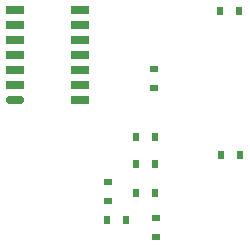
<source format=gbp>
%FSLAX24Y24*%
%MOIN*%
G70*
G01*
G75*
G04 Layer_Color=128*
%ADD10R,0.0280X0.0159*%
%ADD11R,0.0450X0.0450*%
%ADD12R,0.0315X0.0236*%
%ADD13R,0.0236X0.0315*%
%ADD14R,0.0689X0.0433*%
%ADD15R,0.0689X0.0256*%
G04:AMPARAMS|DCode=16|XSize=68.9mil|YSize=25.6mil|CornerRadius=0mil|HoleSize=0mil|Usage=FLASHONLY|Rotation=0.000|XOffset=0mil|YOffset=0mil|HoleType=Round|Shape=Octagon|*
%AMOCTAGOND16*
4,1,8,0.0344,-0.0064,0.0344,0.0064,0.0281,0.0128,-0.0281,0.0128,-0.0344,0.0064,-0.0344,-0.0064,-0.0281,-0.0128,0.0281,-0.0128,0.0344,-0.0064,0.0*
%
%ADD16OCTAGOND16*%

%ADD17R,0.0950X0.1300*%
%ADD18R,0.0984X0.0394*%
%ADD19C,0.0100*%
%ADD20C,0.0197*%
%ADD21C,0.0256*%
%ADD22C,0.0787*%
%ADD23C,0.0315*%
%ADD24R,0.0400X0.0850*%
%ADD25R,0.0550X0.0150*%
%ADD26R,0.1000X0.0300*%
%ADD27R,0.0950X0.0700*%
%ADD28R,0.0600X0.0700*%
%ADD29R,0.1575X0.0394*%
%ADD30R,0.1181X0.0394*%
%ADD31R,0.1575X0.1181*%
%ADD32R,0.1181X0.1575*%
%ADD33C,0.0220*%
%ADD34C,0.0250*%
G04:AMPARAMS|DCode=35|XSize=59.1mil|YSize=26.7mil|CornerRadius=0mil|HoleSize=0mil|Usage=FLASHONLY|Rotation=0.000|XOffset=0mil|YOffset=0mil|HoleType=Round|Shape=Octagon|*
%AMOCTAGOND35*
4,1,8,0.0295,-0.0067,0.0295,0.0067,0.0229,0.0133,-0.0229,0.0133,-0.0295,0.0067,-0.0295,-0.0067,-0.0229,-0.0133,0.0229,-0.0133,0.0295,-0.0067,0.0*
%
%ADD35OCTAGOND35*%

%ADD36R,0.0591X0.0267*%
%ADD37R,0.1102X0.0276*%
%ADD38R,0.1063X0.0315*%
%ADD39R,0.1102X0.0236*%
%ADD40R,0.1102X0.0197*%
%ADD41R,0.1142X0.0315*%
%ADD42R,0.1181X0.0354*%
%ADD43R,0.1142X0.0394*%
%ADD44C,0.0050*%
%ADD45C,0.0060*%
%ADD46C,0.0075*%
%ADD47R,0.1575X1.2598*%
%ADD48R,1.2598X0.1575*%
%ADD49R,1.2598X0.1575*%
%ADD50R,0.1575X1.2598*%
%ADD51R,0.0360X0.0239*%
%ADD52R,0.0530X0.0530*%
%ADD53R,0.0395X0.0316*%
%ADD54R,0.0316X0.0395*%
%ADD55R,0.0769X0.0513*%
%ADD56R,0.0769X0.0336*%
G04:AMPARAMS|DCode=57|XSize=76.9mil|YSize=33.6mil|CornerRadius=0mil|HoleSize=0mil|Usage=FLASHONLY|Rotation=0.000|XOffset=0mil|YOffset=0mil|HoleType=Round|Shape=Octagon|*
%AMOCTAGOND57*
4,1,8,0.0384,-0.0084,0.0384,0.0084,0.0301,0.0168,-0.0301,0.0168,-0.0384,0.0084,-0.0384,-0.0084,-0.0301,-0.0168,0.0301,-0.0168,0.0384,-0.0084,0.0*
%
%ADD57OCTAGOND57*%

%ADD58R,0.1030X0.1380*%
%ADD59R,0.1064X0.0474*%
%ADD60R,0.0080X0.0080*%
%ADD61R,0.1655X0.0474*%
%ADD62R,0.1261X0.0474*%
%ADD63R,0.1655X0.1261*%
%ADD64R,0.1261X0.1655*%
%ADD65C,0.0300*%
%ADD66C,0.0330*%
G04:AMPARAMS|DCode=67|XSize=67.1mil|YSize=34.7mil|CornerRadius=0mil|HoleSize=0mil|Usage=FLASHONLY|Rotation=0.000|XOffset=0mil|YOffset=0mil|HoleType=Round|Shape=Octagon|*
%AMOCTAGOND67*
4,1,8,0.0335,-0.0087,0.0335,0.0087,0.0249,0.0173,-0.0249,0.0173,-0.0335,0.0087,-0.0335,-0.0087,-0.0249,-0.0173,0.0249,-0.0173,0.0335,-0.0087,0.0*
%
%ADD67OCTAGOND67*%

%ADD68R,0.0671X0.0347*%
D12*
X98430Y65793D02*
D03*
Y65163D02*
D03*
X98480Y60843D02*
D03*
Y60213D02*
D03*
X96880Y61413D02*
D03*
Y62043D02*
D03*
D13*
X100665Y62928D02*
D03*
X101294D02*
D03*
X100615Y67728D02*
D03*
X101244D02*
D03*
X97494Y60778D02*
D03*
X96865D02*
D03*
X98444Y63528D02*
D03*
X97815D02*
D03*
X98444Y62628D02*
D03*
X97815D02*
D03*
X98444Y61678D02*
D03*
X97815D02*
D03*
D35*
X93780Y64778D02*
D03*
D36*
Y65278D02*
D03*
Y65778D02*
D03*
Y66278D02*
D03*
Y66778D02*
D03*
Y67278D02*
D03*
Y67778D02*
D03*
X95945Y64778D02*
D03*
Y65278D02*
D03*
Y65778D02*
D03*
Y66278D02*
D03*
Y66778D02*
D03*
Y67278D02*
D03*
Y67778D02*
D03*
M02*

</source>
